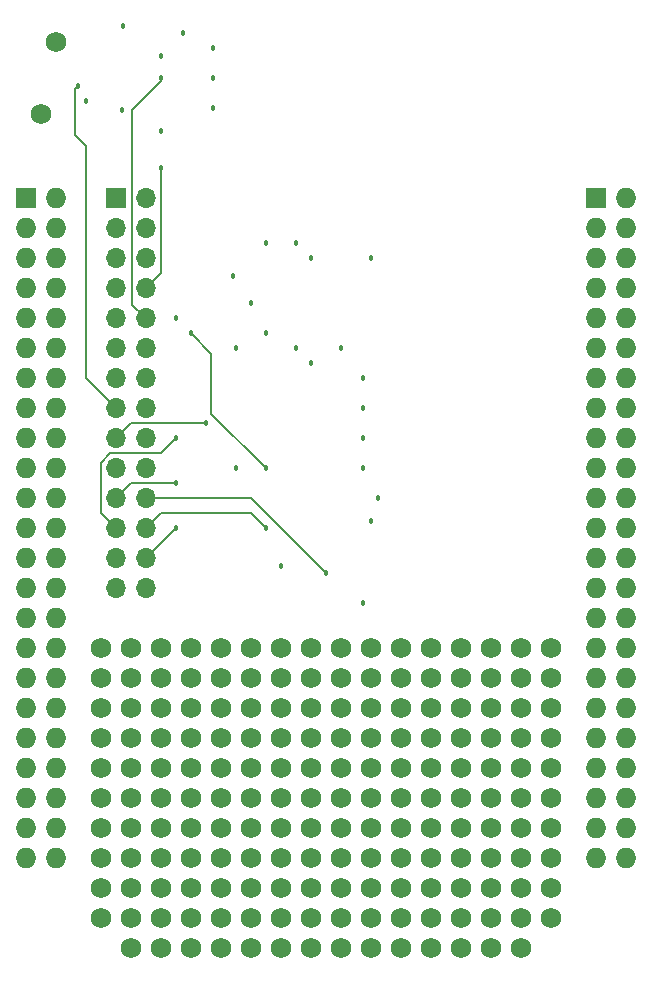
<source format=gbr>
%TF.GenerationSoftware,KiCad,Pcbnew,5.1.9-73d0e3b20d~88~ubuntu18.04.1*%
%TF.CreationDate,2021-02-18T19:04:08+11:00*%
%TF.ProjectId,bbb,6262622e-6b69-4636-9164-5f7063625858,rev?*%
%TF.SameCoordinates,Original*%
%TF.FileFunction,Copper,L4,Bot*%
%TF.FilePolarity,Positive*%
%FSLAX46Y46*%
G04 Gerber Fmt 4.6, Leading zero omitted, Abs format (unit mm)*
G04 Created by KiCad (PCBNEW 5.1.9-73d0e3b20d~88~ubuntu18.04.1) date 2021-02-18 19:04:08*
%MOMM*%
%LPD*%
G01*
G04 APERTURE LIST*
%TA.AperFunction,ComponentPad*%
%ADD10R,1.727200X1.727200*%
%TD*%
%TA.AperFunction,ComponentPad*%
%ADD11O,1.727200X1.727200*%
%TD*%
%TA.AperFunction,ComponentPad*%
%ADD12R,1.700000X1.700000*%
%TD*%
%TA.AperFunction,ComponentPad*%
%ADD13O,1.700000X1.700000*%
%TD*%
%TA.AperFunction,ViaPad*%
%ADD14C,1.727200*%
%TD*%
%TA.AperFunction,ViaPad*%
%ADD15C,0.457200*%
%TD*%
%TA.AperFunction,Conductor*%
%ADD16C,0.127000*%
%TD*%
G04 APERTURE END LIST*
D10*
%TO.P,P1,1*%
%TO.N,GND*%
X164630100Y-62382400D03*
D11*
%TO.P,P1,2*%
X167170100Y-62382400D03*
%TO.P,P1,3*%
%TO.N,Net-(P1-Pad3)*%
X164630100Y-64922400D03*
%TO.P,P1,4*%
%TO.N,Net-(P1-Pad4)*%
X167170100Y-64922400D03*
%TO.P,P1,5*%
%TO.N,Net-(P1-Pad5)*%
X164630100Y-67462400D03*
%TO.P,P1,6*%
%TO.N,Net-(P1-Pad6)*%
X167170100Y-67462400D03*
%TO.P,P1,7*%
%TO.N,Net-(P1-Pad7)*%
X164630100Y-70002400D03*
%TO.P,P1,8*%
%TO.N,Net-(P1-Pad8)*%
X167170100Y-70002400D03*
%TO.P,P1,9*%
%TO.N,Net-(P1-Pad9)*%
X164630100Y-72542400D03*
%TO.P,P1,10*%
%TO.N,Net-(P1-Pad10)*%
X167170100Y-72542400D03*
%TO.P,P1,11*%
%TO.N,Net-(P1-Pad11)*%
X164630100Y-75082400D03*
%TO.P,P1,12*%
%TO.N,Net-(P1-Pad12)*%
X167170100Y-75082400D03*
%TO.P,P1,13*%
%TO.N,Net-(P1-Pad13)*%
X164630100Y-77622400D03*
%TO.P,P1,14*%
%TO.N,Net-(P1-Pad14)*%
X167170100Y-77622400D03*
%TO.P,P1,15*%
%TO.N,Net-(P1-Pad15)*%
X164630100Y-80162400D03*
%TO.P,P1,16*%
%TO.N,Net-(P1-Pad16)*%
X167170100Y-80162400D03*
%TO.P,P1,17*%
%TO.N,Net-(P1-Pad17)*%
X164630100Y-82702400D03*
%TO.P,P1,18*%
%TO.N,Net-(P1-Pad18)*%
X167170100Y-82702400D03*
%TO.P,P1,19*%
%TO.N,Net-(P1-Pad19)*%
X164630100Y-85242400D03*
%TO.P,P1,20*%
%TO.N,Net-(P1-Pad20)*%
X167170100Y-85242400D03*
%TO.P,P1,21*%
%TO.N,Net-(P1-Pad21)*%
X164630100Y-87782400D03*
%TO.P,P1,22*%
%TO.N,Net-(P1-Pad22)*%
X167170100Y-87782400D03*
%TO.P,P1,23*%
%TO.N,Net-(P1-Pad23)*%
X164630100Y-90322400D03*
%TO.P,P1,24*%
%TO.N,Net-(P1-Pad24)*%
X167170100Y-90322400D03*
%TO.P,P1,25*%
%TO.N,Net-(P1-Pad25)*%
X164630100Y-92862400D03*
%TO.P,P1,26*%
%TO.N,Net-(P1-Pad26)*%
X167170100Y-92862400D03*
%TO.P,P1,27*%
%TO.N,Net-(P1-Pad27)*%
X164630100Y-95402400D03*
%TO.P,P1,28*%
%TO.N,Net-(P1-Pad28)*%
X167170100Y-95402400D03*
%TO.P,P1,29*%
%TO.N,Net-(P1-Pad29)*%
X164630100Y-97942400D03*
%TO.P,P1,30*%
%TO.N,Net-(P1-Pad30)*%
X167170100Y-97942400D03*
%TO.P,P1,31*%
%TO.N,Net-(P1-Pad31)*%
X164630100Y-100482400D03*
%TO.P,P1,32*%
%TO.N,Net-(P1-Pad32)*%
X167170100Y-100482400D03*
%TO.P,P1,33*%
%TO.N,Net-(P1-Pad33)*%
X164630100Y-103022400D03*
%TO.P,P1,34*%
%TO.N,Net-(P1-Pad34)*%
X167170100Y-103022400D03*
%TO.P,P1,35*%
%TO.N,Net-(P1-Pad35)*%
X164630100Y-105562400D03*
%TO.P,P1,36*%
%TO.N,Net-(P1-Pad36)*%
X167170100Y-105562400D03*
%TO.P,P1,37*%
%TO.N,Net-(P1-Pad37)*%
X164630100Y-108102400D03*
%TO.P,P1,38*%
%TO.N,Net-(P1-Pad38)*%
X167170100Y-108102400D03*
%TO.P,P1,39*%
%TO.N,Net-(P1-Pad39)*%
X164630100Y-110642400D03*
%TO.P,P1,40*%
%TO.N,Net-(P1-Pad40)*%
X167170100Y-110642400D03*
%TO.P,P1,41*%
%TO.N,Net-(P1-Pad41)*%
X164630100Y-113182400D03*
%TO.P,P1,42*%
%TO.N,Net-(P1-Pad42)*%
X167170100Y-113182400D03*
%TO.P,P1,43*%
%TO.N,Net-(P1-Pad43)*%
X164630100Y-115722400D03*
%TO.P,P1,44*%
%TO.N,Net-(P1-Pad44)*%
X167170100Y-115722400D03*
%TO.P,P1,45*%
%TO.N,Net-(P1-Pad45)*%
X164630100Y-118262400D03*
%TO.P,P1,46*%
%TO.N,Net-(P1-Pad46)*%
X167170100Y-118262400D03*
%TD*%
D10*
%TO.P,P2,1*%
%TO.N,GND*%
X116370100Y-62382400D03*
D11*
%TO.P,P2,2*%
X118910100Y-62382400D03*
%TO.P,P2,3*%
%TO.N,+3V3*%
X116370100Y-64922400D03*
%TO.P,P2,4*%
X118910100Y-64922400D03*
%TO.P,P2,5*%
%TO.N,+5V*%
X116370100Y-67462400D03*
%TO.P,P2,6*%
X118910100Y-67462400D03*
%TO.P,P2,7*%
%TO.N,SYS_5V*%
X116370100Y-70002400D03*
%TO.P,P2,8*%
X118910100Y-70002400D03*
%TO.P,P2,9*%
%TO.N,PWR_BUT*%
X116370100Y-72542400D03*
%TO.P,P2,10*%
%TO.N,SYS_RESETN*%
X118910100Y-72542400D03*
%TO.P,P2,11*%
%TO.N,Net-(P2-Pad11)*%
X116370100Y-75082400D03*
%TO.P,P2,12*%
%TO.N,Net-(P2-Pad12)*%
X118910100Y-75082400D03*
%TO.P,P2,13*%
%TO.N,Net-(P2-Pad13)*%
X116370100Y-77622400D03*
%TO.P,P2,14*%
%TO.N,Net-(P2-Pad14)*%
X118910100Y-77622400D03*
%TO.P,P2,15*%
%TO.N,Net-(P2-Pad15)*%
X116370100Y-80162400D03*
%TO.P,P2,16*%
%TO.N,Net-(P2-Pad16)*%
X118910100Y-80162400D03*
%TO.P,P2,17*%
%TO.N,Net-(P2-Pad17)*%
X116370100Y-82702400D03*
%TO.P,P2,18*%
%TO.N,Net-(P2-Pad18)*%
X118910100Y-82702400D03*
%TO.P,P2,19*%
%TO.N,Net-(P2-Pad19)*%
X116370100Y-85242400D03*
%TO.P,P2,20*%
%TO.N,Net-(P2-Pad20)*%
X118910100Y-85242400D03*
%TO.P,P2,21*%
%TO.N,Net-(P2-Pad21)*%
X116370100Y-87782400D03*
%TO.P,P2,22*%
%TO.N,Net-(P2-Pad22)*%
X118910100Y-87782400D03*
%TO.P,P2,23*%
%TO.N,Net-(P2-Pad23)*%
X116370100Y-90322400D03*
%TO.P,P2,24*%
%TO.N,Net-(P2-Pad24)*%
X118910100Y-90322400D03*
%TO.P,P2,25*%
%TO.N,Net-(P2-Pad25)*%
X116370100Y-92862400D03*
%TO.P,P2,26*%
%TO.N,Net-(P2-Pad26)*%
X118910100Y-92862400D03*
%TO.P,P2,27*%
%TO.N,Net-(P2-Pad27)*%
X116370100Y-95402400D03*
%TO.P,P2,28*%
%TO.N,Net-(P2-Pad28)*%
X118910100Y-95402400D03*
%TO.P,P2,29*%
%TO.N,Net-(P2-Pad29)*%
X116370100Y-97942400D03*
%TO.P,P2,30*%
%TO.N,Net-(P2-Pad30)*%
X118910100Y-97942400D03*
%TO.P,P2,31*%
%TO.N,Net-(P2-Pad31)*%
X116370100Y-100482400D03*
%TO.P,P2,32*%
%TO.N,VDD_ADC*%
X118910100Y-100482400D03*
%TO.P,P2,33*%
%TO.N,Net-(P2-Pad33)*%
X116370100Y-103022400D03*
%TO.P,P2,34*%
%TO.N,GNDA_ADC*%
X118910100Y-103022400D03*
%TO.P,P2,35*%
%TO.N,Net-(P2-Pad35)*%
X116370100Y-105562400D03*
%TO.P,P2,36*%
%TO.N,Net-(P2-Pad36)*%
X118910100Y-105562400D03*
%TO.P,P2,37*%
%TO.N,Net-(P2-Pad37)*%
X116370100Y-108102400D03*
%TO.P,P2,38*%
%TO.N,Net-(P2-Pad38)*%
X118910100Y-108102400D03*
%TO.P,P2,39*%
%TO.N,Net-(P2-Pad39)*%
X116370100Y-110642400D03*
%TO.P,P2,40*%
%TO.N,Net-(P2-Pad40)*%
X118910100Y-110642400D03*
%TO.P,P2,41*%
%TO.N,Net-(P2-Pad41)*%
X116370100Y-113182400D03*
%TO.P,P2,42*%
%TO.N,Net-(P2-Pad42)*%
X118910100Y-113182400D03*
%TO.P,P2,43*%
%TO.N,GND*%
X116370100Y-115722400D03*
%TO.P,P2,44*%
X118910100Y-115722400D03*
%TO.P,P2,45*%
X116370100Y-118262400D03*
%TO.P,P2,46*%
X118910100Y-118262400D03*
%TD*%
D12*
%TO.P,J1,1*%
%TO.N,GND*%
X123990100Y-62382400D03*
D13*
%TO.P,J1,2*%
%TO.N,+3V3*%
X126530100Y-62382400D03*
%TO.P,J1,3*%
%TO.N,RFIN*%
X123990100Y-64922400D03*
%TO.P,J1,4*%
%TO.N,RFOUT*%
X126530100Y-64922400D03*
%TO.P,J1,5*%
%TO.N,P5_MIXIN*%
X123990100Y-67462400D03*
%TO.P,J1,6*%
%TO.N,MIXIN*%
X126530100Y-67462400D03*
%TO.P,J1,7*%
%TO.N,P7_SCL*%
X123990100Y-70002400D03*
%TO.P,J1,8*%
%TO.N,I2C_SCL*%
X126530100Y-70002400D03*
%TO.P,J1,9*%
%TO.N,P9_SDA*%
X123990100Y-72542400D03*
%TO.P,J1,10*%
%TO.N,I2C_SDA*%
X126530100Y-72542400D03*
%TO.P,J1,11*%
%TO.N,CLK0*%
X123990100Y-75082400D03*
%TO.P,J1,12*%
%TO.N,MIXCLK0*%
X126530100Y-75082400D03*
%TO.P,J1,13*%
%TO.N,CLK1*%
X123990100Y-77622400D03*
%TO.P,J1,14*%
%TO.N,MIXCLK90*%
X126530100Y-77622400D03*
%TO.P,J1,15*%
%TO.N,CLK2*%
X123990100Y-80162400D03*
%TO.P,J1,16*%
%TO.N,GND*%
X126530100Y-80162400D03*
%TO.P,J1,17*%
%TO.N,MIXI+*%
X123990100Y-82702400D03*
%TO.P,J1,18*%
%TO.N,I+*%
X126530100Y-82702400D03*
%TO.P,J1,19*%
%TO.N,MIXI-*%
X123990100Y-85242400D03*
%TO.P,J1,20*%
%TO.N,I-*%
X126530100Y-85242400D03*
%TO.P,J1,21*%
%TO.N,MIXQ+*%
X123990100Y-87782400D03*
%TO.P,J1,22*%
%TO.N,Q+*%
X126530100Y-87782400D03*
%TO.P,J1,23*%
%TO.N,MIXQ-*%
X123990100Y-90322400D03*
%TO.P,J1,24*%
%TO.N,Q-*%
X126530100Y-90322400D03*
%TO.P,J1,25*%
%TO.N,P21_Iout*%
X123990100Y-92862400D03*
%TO.P,J1,26*%
%TO.N,Iout*%
X126530100Y-92862400D03*
%TO.P,J1,27*%
%TO.N,P23_Qout*%
X123990100Y-95402400D03*
%TO.P,J1,28*%
%TO.N,Qout*%
X126530100Y-95402400D03*
%TD*%
D14*
%TO.N,*%
X122720100Y-100482400D03*
X125260100Y-100482400D03*
X130340100Y-100482400D03*
X127800100Y-100482400D03*
X137960100Y-100482400D03*
X140500100Y-100482400D03*
X132880100Y-100482400D03*
X150660100Y-100482400D03*
X145580100Y-100482400D03*
X143040100Y-100482400D03*
X148120100Y-100482400D03*
X158280100Y-100482400D03*
X160820100Y-100482400D03*
X155740100Y-100482400D03*
X153200100Y-100482400D03*
X153200100Y-103022400D03*
X127800100Y-103022400D03*
X155740100Y-103022400D03*
X160820100Y-103022400D03*
X158280100Y-103022400D03*
X130340100Y-103022400D03*
X148120100Y-103022400D03*
X140500100Y-103022400D03*
X150660100Y-103022400D03*
X135420100Y-103022400D03*
X145580100Y-103022400D03*
X132880100Y-103022400D03*
X125260100Y-103022400D03*
X143040100Y-103022400D03*
X122720100Y-103022400D03*
X137960100Y-103022400D03*
X122720100Y-105562400D03*
X145580100Y-105562400D03*
X160820100Y-105562400D03*
X148120100Y-105562400D03*
X150660100Y-105562400D03*
X140500100Y-105562400D03*
X137960100Y-105562400D03*
X127800100Y-105562400D03*
X143040100Y-105562400D03*
X130340100Y-105562400D03*
X125260100Y-105562400D03*
X155740100Y-105562400D03*
X158280100Y-105562400D03*
X132880100Y-105562400D03*
X153200100Y-105562400D03*
X135420100Y-105562400D03*
X135420100Y-108102400D03*
X155740100Y-108102400D03*
X145580100Y-108102400D03*
X132880100Y-108102400D03*
X148120100Y-108102400D03*
X158280100Y-108102400D03*
X153200100Y-108102400D03*
X137960100Y-108102400D03*
X150660100Y-108102400D03*
X127800100Y-108102400D03*
X130340100Y-108102400D03*
X143040100Y-108102400D03*
X122720100Y-108102400D03*
X160820100Y-108102400D03*
X140500100Y-108102400D03*
X125260100Y-108102400D03*
X145580100Y-110642400D03*
X127800100Y-110642400D03*
X135420100Y-110642400D03*
X158280100Y-110642400D03*
X140500100Y-110642400D03*
X137960100Y-110642400D03*
X125260100Y-110642400D03*
X150660100Y-110642400D03*
X132880100Y-110642400D03*
X143040100Y-110642400D03*
X155740100Y-110642400D03*
X160820100Y-110642400D03*
X130340100Y-110642400D03*
X122720100Y-110642400D03*
X148120100Y-110642400D03*
X153200100Y-110642400D03*
X125260100Y-113182400D03*
X155740100Y-113182400D03*
X150660100Y-113182400D03*
X130340100Y-113182400D03*
X127800100Y-113182400D03*
X140500100Y-113182400D03*
X160820100Y-113182400D03*
X143040100Y-113182400D03*
X132880100Y-113182400D03*
X158280100Y-113182400D03*
X135420100Y-113182400D03*
X122720100Y-113182400D03*
X145580100Y-113182400D03*
X153200100Y-113182400D03*
X148120100Y-113182400D03*
X137960100Y-113182400D03*
X135420100Y-115722400D03*
X148120100Y-115722400D03*
X155740100Y-115722400D03*
X137960100Y-115722400D03*
X143040100Y-115722400D03*
X122720100Y-115722400D03*
X130340100Y-115722400D03*
X140500100Y-115722400D03*
X160820100Y-115722400D03*
X150660100Y-115722400D03*
X132880100Y-115722400D03*
X127800100Y-115722400D03*
X153200100Y-115722400D03*
X145580100Y-115722400D03*
X125260100Y-115722400D03*
X158280100Y-115722400D03*
X125260100Y-118262400D03*
X122720100Y-118262400D03*
X160820100Y-118262400D03*
X158280100Y-118262400D03*
X153200100Y-118262400D03*
X150660100Y-118262400D03*
X132880100Y-118262400D03*
X148120100Y-118262400D03*
X135420100Y-118262400D03*
X130340100Y-118262400D03*
X145580100Y-118262400D03*
X155740100Y-118262400D03*
X143040100Y-118262400D03*
X140500100Y-118262400D03*
X137960100Y-118262400D03*
X127800100Y-118262400D03*
X155740100Y-120802400D03*
X143040100Y-120802400D03*
X137960100Y-120802400D03*
X153200100Y-120802400D03*
X130340100Y-120802400D03*
X150660100Y-120802400D03*
X140500100Y-120802400D03*
X135420100Y-120802400D03*
X145580100Y-120802400D03*
X160820100Y-120802400D03*
X158280100Y-120802400D03*
X122720100Y-120802400D03*
X127800100Y-120802400D03*
X125260100Y-120802400D03*
X148120100Y-120802400D03*
X132880100Y-120802400D03*
X125260100Y-123342400D03*
X148120100Y-123342400D03*
X153200100Y-123342400D03*
X158280100Y-123342400D03*
X140500100Y-123342400D03*
X150660100Y-123342400D03*
X130340100Y-123342400D03*
X127800100Y-123342400D03*
X135420100Y-123342400D03*
X160820100Y-123342400D03*
X122720100Y-123342400D03*
X143040100Y-123342400D03*
X137960100Y-123342400D03*
X155740100Y-123342400D03*
X132880100Y-123342400D03*
X145580100Y-123342400D03*
X145580100Y-125882400D03*
X150660100Y-125882400D03*
X143040100Y-125882400D03*
X153200100Y-125882400D03*
X155740100Y-125882400D03*
X140500100Y-125882400D03*
X148120100Y-125882400D03*
X130340100Y-125882400D03*
X125260100Y-125882400D03*
X127800100Y-125882400D03*
X132880100Y-125882400D03*
X135420100Y-125882400D03*
X158280100Y-125882400D03*
X137960100Y-125882400D03*
%TO.N,+3V3*%
X118910100Y-49174400D03*
D15*
X136690100Y-66192400D03*
X140500100Y-67462400D03*
X129070100Y-72542400D03*
X139230100Y-75082400D03*
X145580100Y-89687400D03*
X132245100Y-54762400D03*
X132245100Y-52222400D03*
X132245100Y-49682400D03*
X127800100Y-56667400D03*
X121450100Y-54127400D03*
D14*
%TO.N,GND*%
X117640100Y-55270400D03*
D15*
X139230100Y-66192400D03*
X133910791Y-68971709D03*
X135420100Y-71272400D03*
X136690100Y-73812400D03*
X134150100Y-75082400D03*
X134150100Y-85242400D03*
X140500100Y-76352400D03*
X143040100Y-75082400D03*
X145580100Y-67462400D03*
X146215100Y-87782400D03*
X144945100Y-85242400D03*
X144945100Y-82702400D03*
X144945100Y-80162400D03*
X144945100Y-77622400D03*
X144945100Y-96672400D03*
X137960100Y-93497400D03*
X129705100Y-48412400D03*
X127800100Y-50317400D03*
X124625100Y-47777400D03*
X124510790Y-54876710D03*
%TO.N,Q+*%
X141770100Y-94132400D03*
%TO.N,Iout*%
X129070100Y-90322400D03*
%TO.N,MIXIN*%
X136690100Y-85242400D03*
X130340100Y-73812400D03*
%TO.N,I2C_SCL*%
X127800100Y-59842400D03*
%TO.N,I2C_SDA*%
X127800100Y-52222400D03*
%TO.N,CLK2*%
X120815100Y-52857400D03*
%TO.N,MIXI+*%
X131610100Y-81432400D03*
%TO.N,MIXQ+*%
X129070100Y-86512400D03*
%TO.N,MIXQ-*%
X129070100Y-82702400D03*
%TO.N,Q-*%
X136690100Y-90322400D03*
D14*
%TO.N,LED_IN*%
X135420100Y-100482400D03*
%TD*%
D16*
%TO.N,Q+*%
X126530100Y-87782400D02*
X134807962Y-87782400D01*
X134807962Y-87782400D02*
X135420100Y-87782400D01*
X135420100Y-87782400D02*
X141770100Y-94132400D01*
%TO.N,Iout*%
X126530100Y-92862400D02*
X129070100Y-90322400D01*
%TO.N,MIXIN*%
X132054601Y-80606901D02*
X136690100Y-85242400D01*
X132054601Y-75526901D02*
X132054601Y-80606901D01*
X130340100Y-73812400D02*
X132054601Y-75526901D01*
%TO.N,I2C_SCL*%
X126530100Y-70002400D02*
X127800100Y-68732400D01*
X127800100Y-68732400D02*
X127800100Y-59842400D01*
%TO.N,I2C_SDA*%
X125355099Y-71367399D02*
X126530100Y-72542400D01*
X125355099Y-71367399D02*
X125355099Y-54857399D01*
X125355099Y-54857399D02*
X127800100Y-52412398D01*
X127800100Y-52412398D02*
X127800100Y-52222400D01*
%TO.N,CLK2*%
X121450100Y-77622400D02*
X123990100Y-80162400D01*
X121450100Y-77622400D02*
X121450100Y-57937400D01*
X120561099Y-53111401D02*
X120815100Y-52857400D01*
X120561099Y-57048399D02*
X120561099Y-53111401D01*
X121450100Y-57937400D02*
X120561099Y-57048399D01*
%TO.N,MIXI+*%
X131610100Y-81432400D02*
X125260100Y-81432400D01*
X125260100Y-81432400D02*
X123990100Y-82702400D01*
%TO.N,MIXQ+*%
X123990100Y-87782400D02*
X125260100Y-86512400D01*
X127800100Y-86512400D02*
X125260100Y-86512400D01*
X129070100Y-86512400D02*
X127800100Y-86512400D01*
%TO.N,MIXQ-*%
X123990100Y-90322400D02*
X122720100Y-89052400D01*
X122720100Y-89052400D02*
X122720100Y-87313398D01*
X122720100Y-84773398D02*
X123521098Y-83972400D01*
X122720100Y-87313398D02*
X122720100Y-84773398D01*
X129070100Y-82702400D02*
X127800100Y-83972400D01*
X123521098Y-83972400D02*
X127800100Y-83972400D01*
%TO.N,Q-*%
X127800100Y-89052400D02*
X126530100Y-90322400D01*
X127800100Y-89052400D02*
X135420100Y-89052400D01*
X135420100Y-89052400D02*
X136690100Y-90322400D01*
%TD*%
M02*

</source>
